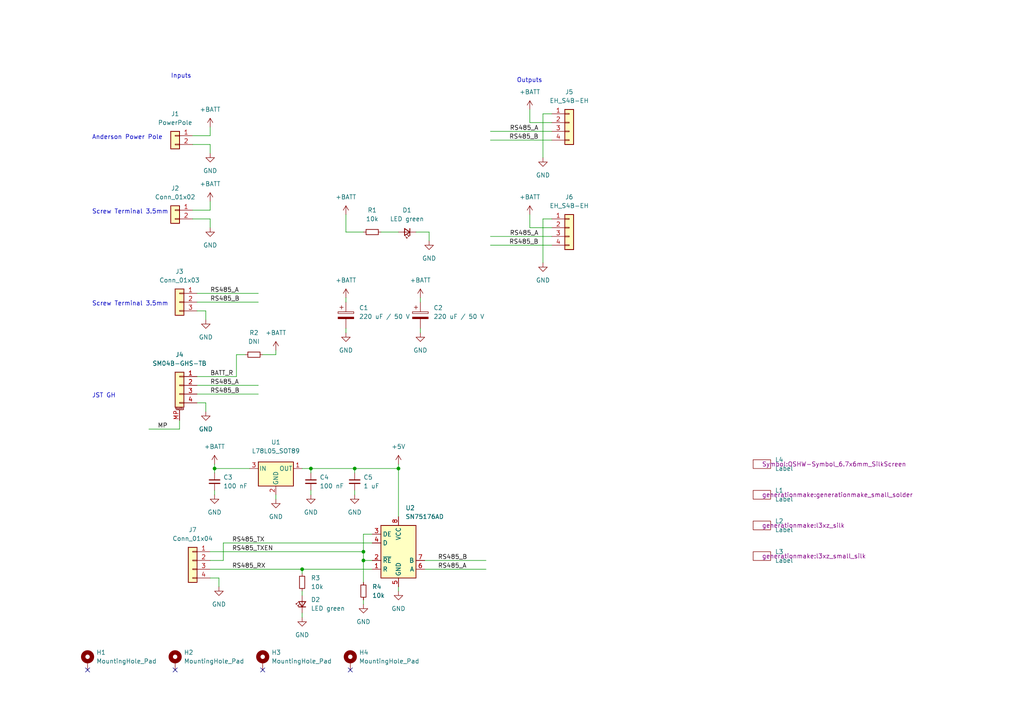
<source format=kicad_sch>
(kicad_sch (version 20211123) (generator eeschema)
  (paper "A4")
  (title_block (title "l3xz-hw-rs485-power-injector") (date "2023-01-23") (rev "0.1") (company "107-systems"))
  (lib_symbols
    (symbol "Connector_Generic:Conn_01x02" (pin_names (offset 1.016) hide)
      (property "Reference" "J" (at 0 2.54 0))
      (property "Value" "Conn_01x02" (at 0 -5.08 0))
      (symbol "Conn_01x02_1_1"
        (rectangle (start -1.27 -2.413) (end 0 -2.667) (stroke (width 0.1524)))
        (rectangle (start -1.27 0.127) (end 0 -0.127) (stroke (width 0.1524)))
        (rectangle (start -1.27 1.27) (end 1.27 -3.81) (stroke (width 0.254)) (fill (type background)))
        (pin passive line (at -5.08 0 0) (length 3.81) (name "Pin_1") (number "1"))
        (pin passive line (at -5.08 -2.54 0) (length 3.81) (name "Pin_2") (number "2"))
      )
    )
    (symbol "Connector_Generic:Conn_01x03" (pin_names (offset 1.016) hide)
      (property "Reference" "J" (at 0 5.08 0))
      (property "Value" "Conn_01x03" (at 0 -5.08 0))
      (symbol "Conn_01x03_1_1"
        (rectangle (start -1.27 -2.413) (end 0 -2.667) (stroke (width 0.1524)))
        (rectangle (start -1.27 0.127) (end 0 -0.127) (stroke (width 0.1524)))
        (rectangle (start -1.27 2.667) (end 0 2.413) (stroke (width 0.1524)))
        (rectangle (start -1.27 3.81) (end 1.27 -3.81) (stroke (width 0.254)) (fill (type background)))
        (pin passive line (at -5.08 2.54 0) (length 3.81) (name "Pin_1") (number "1"))
        (pin passive line (at -5.08 0 0) (length 3.81) (name "Pin_2") (number "2"))
        (pin passive line (at -5.08 -2.54 0) (length 3.81) (name "Pin_3") (number "3"))
      )
    )
    (symbol "Connector_Generic:Conn_01x04" (pin_names (offset 1.016) hide)
      (property "Reference" "J" (at 0 5.08 0))
      (property "Value" "Conn_01x04" (at 0 -7.62 0))
      (symbol "Conn_01x04_1_1"
        (rectangle (start -1.27 -4.953) (end 0 -5.207) (stroke (width 0.1524)))
        (rectangle (start -1.27 -2.413) (end 0 -2.667) (stroke (width 0.1524)))
        (rectangle (start -1.27 0.127) (end 0 -0.127) (stroke (width 0.1524)))
        (rectangle (start -1.27 2.667) (end 0 2.413) (stroke (width 0.1524)))
        (rectangle (start -1.27 3.81) (end 1.27 -6.35) (stroke (width 0.254)) (fill (type background)))
        (pin passive line (at -5.08 2.54 0) (length 3.81) (name "Pin_1") (number "1"))
        (pin passive line (at -5.08 0 0) (length 3.81) (name "Pin_2") (number "2"))
        (pin passive line (at -5.08 -2.54 0) (length 3.81) (name "Pin_3") (number "3"))
        (pin passive line (at -5.08 -5.08 0) (length 3.81) (name "Pin_4") (number "4"))
      )
    )
    (symbol "Connector_Generic_MountingPin:Conn_01x04_MountingPin" (pin_names (offset 1.016) hide)
      (property "Reference" "J" (at 0 5.08 0))
      (property "Value" "Conn_01x04_MountingPin" (at 1.27 -7.62 0))
      (symbol "Conn_01x04_MountingPin_1_1"
        (rectangle (start -1.27 -4.953) (end 0 -5.207) (stroke (width 0.1524)))
        (rectangle (start -1.27 -2.413) (end 0 -2.667) (stroke (width 0.1524)))
        (rectangle (start -1.27 0.127) (end 0 -0.127) (stroke (width 0.1524)))
        (rectangle (start -1.27 2.667) (end 0 2.413) (stroke (width 0.1524)))
        (rectangle (start -1.27 3.81) (end 1.27 -6.35) (stroke (width 0.254)) (fill (type background)))
        (polyline (pts (xy -1.016 -7.112) (xy 1.016 -7.112)) (stroke (width 0.1524)))
        (text "Mounting" (at 0 -6.731 0) (effects (font (size 0.381 0.381))))
        (pin passive line (at -5.08 2.54 0) (length 3.81) (name "Pin_1") (number "1"))
        (pin passive line (at -5.08 0 0) (length 3.81) (name "Pin_2") (number "2"))
        (pin passive line (at -5.08 -2.54 0) (length 3.81) (name "Pin_3") (number "3"))
        (pin passive line (at -5.08 -5.08 0) (length 3.81) (name "Pin_4") (number "4"))
        (pin passive line (at 0 -10.16 90) (length 3.048) (name "MountPin") (number "MP"))
      )
    )
    (symbol "Device:C_Polarized" (pin_numbers hide) (pin_names (offset 0.254))
      (property "Reference" "C" (at 0.635 2.54 0))
      (property "Value" "C_Polarized" (at 0.635 -2.54 0))
      (symbol "C_Polarized_0_1"
        (rectangle (start -2.286 0.508) (end 2.286 1.016))
        (polyline (pts (xy -1.778 2.286) (xy -0.762 2.286)))
        (polyline (pts (xy -1.27 2.794) (xy -1.27 1.778)))
        (rectangle (start 2.286 -0.508) (end -2.286 -1.016) (fill (type outline)))
      )
      (symbol "C_Polarized_1_1"
        (pin passive line (at 0 3.81 270) (length 2.794) (name "~") (number "1"))
        (pin passive line (at 0 -3.81 90) (length 2.794) (name "~") (number "2"))
      )
    )
    (symbol "Device:C_Small" (pin_numbers hide) (pin_names (offset 0.254) hide)
      (property "Reference" "C" (at 0.254 1.778 0))
      (property "Value" "C_Small" (at 0.254 -2.032 0))
      (symbol "C_Small_0_1"
        (polyline (pts (xy -1.524 -0.508) (xy 1.524 -0.508)) (stroke (width 0.3302)))
        (polyline (pts (xy -1.524 0.508) (xy 1.524 0.508)) (stroke (width 0.3048)))
      )
      (symbol "C_Small_1_1"
        (pin passive line (at 0 2.54 270) (length 2.032) (name "~") (number "1"))
        (pin passive line (at 0 -2.54 90) (length 2.032) (name "~") (number "2"))
      )
    )
    (symbol "Device:LED_Small" (pin_numbers hide) (pin_names (offset 0.254) hide)
      (property "Reference" "D" (at -1.27 3.175 0))
      (property "Value" "LED_Small" (at -4.445 -2.54 0))
      (symbol "LED_Small_0_1"
        (polyline (pts (xy -0.762 -1.016) (xy -0.762 1.016)) (stroke (width 0.254)))
        (polyline (pts (xy 1.016 0) (xy -0.762 0)))
        (polyline (pts (xy 0.762 -1.016) (xy -0.762 0) (xy 0.762 1.016) (xy 0.762 -1.016)) (stroke (width 0.254)))
        (polyline (pts (xy 0 0.762) (xy -0.508 1.27) (xy -0.254 1.27) (xy -0.508 1.27) (xy -0.508 1.016)))
        (polyline (pts (xy 0.508 1.27) (xy 0 1.778) (xy 0.254 1.778) (xy 0 1.778) (xy 0 1.524)))
      )
      (symbol "LED_Small_1_1"
        (pin passive line (at -2.54 0 0) (length 1.778) (name "K") (number "1"))
        (pin passive line (at 2.54 0 180) (length 1.778) (name "A") (number "2"))
      )
    )
    (symbol "Device:R_Small" (pin_numbers hide) (pin_names (offset 0.254) hide)
      (property "Reference" "R" (at 0.762 0.508 0))
      (property "Value" "R_Small" (at 0.762 -1.016 0))
      (symbol "R_Small_0_1"
        (rectangle (start -0.762 1.778) (end 0.762 -1.778) (stroke (width 0.2032)))
      )
      (symbol "R_Small_1_1"
        (pin passive line (at 0 2.54 270) (length 0.762) (name "~") (number "1"))
        (pin passive line (at 0 -2.54 90) (length 0.762) (name "~") (number "2"))
      )
    )
    (symbol "Interface_UART:SN75176AD"
      (property "Reference" "U" (at -4.318 8.89 0))
      (property "Value" "SN75176AD" (at 1.016 8.89 0))
      (symbol "SN75176AD_0_1"
        (rectangle (start -5.08 7.62) (end 5.08 -7.62) (stroke (width 0.254)) (fill (type background)))
      )
      (symbol "SN75176AD_1_1"
        (pin output line (at -7.62 -5.08 0) (length 2.54) (name "R") (number "1"))
        (pin input line (at -7.62 -2.54 0) (length 2.54) (name "~{RE}") (number "2"))
        (pin input line (at -7.62 5.08 0) (length 2.54) (name "DE") (number "3"))
        (pin input line (at -7.62 2.54 0) (length 2.54) (name "D") (number "4"))
        (pin power_in line (at 0 -10.16 90) (length 2.54) (name "GND") (number "5"))
        (pin bidirectional line (at 7.62 -5.08 180) (length 2.54) (name "A") (number "6"))
        (pin bidirectional line (at 7.62 -2.54 180) (length 2.54) (name "B") (number "7"))
        (pin power_in line (at 0 10.16 270) (length 2.54) (name "VCC") (number "8"))
      )
    )
    (symbol "Mechanical:MountingHole_Pad" (pin_numbers hide) (pin_names (offset 1.016) hide)
      (property "Reference" "H" (at 0 6.35 0))
      (property "Value" "MountingHole_Pad" (at 0 4.445 0))
      (symbol "MountingHole_Pad_0_1"
        (circle (center 0 1.27) (radius 1.27) (stroke (width 1.27)))
      )
      (symbol "MountingHole_Pad_1_1"
        (pin input line (at 0 -2.54 90) (length 2.54) (name "1") (number "1"))
      )
    )
    (symbol "Regulator_Linear:L78L05_SOT89" (pin_names (offset 0.254))
      (property "Reference" "U" (at -3.81 3.175 0))
      (property "Value" "L78L05_SOT89" (at -0.635 3.175 0))
      (symbol "L78L05_SOT89_0_1"
        (rectangle (start -5.08 1.905) (end 5.08 -5.08) (stroke (width 0.254)) (fill (type background)))
      )
      (symbol "L78L05_SOT89_1_1"
        (pin power_out line (at 7.62 0 180) (length 2.54) (name "OUT") (number "1"))
        (pin power_in line (at 0 -7.62 90) (length 2.54) (name "GND") (number "2"))
        (pin power_in line (at -7.62 0 0) (length 2.54) (name "IN") (number "3"))
      )
    )
    (symbol "generationmake:Label"
      (property "Reference" "L" (at 0 0 0))
      (property "Value" "Label" (at 0 0 0))
      (symbol "Label_0_1"
        (rectangle (start -2.54 1.27) (end 2.54 -1.27))
      )
    )
    (symbol "power:+5V" (power) (pin_names (offset 0))
      (property "Value" "+5V" (at 0 3.556 0))
      (symbol "+5V_0_1"
        (polyline (pts (xy -0.762 1.27) (xy 0 2.54)))
        (polyline (pts (xy 0 0) (xy 0 2.54)))
        (polyline (pts (xy 0 2.54) (xy 0.762 1.27)))
      )
      (symbol "+5V_1_1"
        (pin power_in line (at 0 0 90) (length 0) hide (name "+5V") (number "1"))
      )
    )
    (symbol "power:+BATT" (power) (pin_names (offset 0))
      (property "Value" "+BATT" (at 0 3.556 0))
      (symbol "+BATT_0_1"
        (polyline (pts (xy -0.762 1.27) (xy 0 2.54)))
        (polyline (pts (xy 0 0) (xy 0 2.54)))
        (polyline (pts (xy 0 2.54) (xy 0.762 1.27)))
      )
      (symbol "+BATT_1_1"
        (pin power_in line (at 0 0 90) (length 0) hide (name "+BATT") (number "1"))
      )
    )
    (symbol "power:GND" (power) (pin_names (offset 0))
      (property "Value" "GND" (at 0 -3.81 0))
      (symbol "GND_0_1"
        (polyline (pts (xy 0 0) (xy 0 -1.27) (xy 1.27 -1.27) (xy 0 -2.54) (xy -1.27 -1.27) (xy 0 -1.27)))
      )
      (symbol "GND_1_1"
        (pin power_in line (at 0 0 270) (length 0) hide (name "GND") (number "1"))
      )
    )
  )
  (junction (at 62.23 135.89))
  (junction (at 102.87 135.89))
  (junction (at 105.41 160.02))
  (junction (at 105.41 162.56))
  (junction (at 90.17 135.89))
  (junction (at 87.63 165.1))
  (junction (at 115.57 135.89))
  (no_connect (at 76.2 194.31))
  (no_connect (at 50.8 194.31))
  (no_connect (at 25.4 194.31))
  (no_connect (at 101.6 194.31))
  (wire (pts (xy 57.15 111.76) (xy 74.93 111.76)))
  (wire (pts (xy 64.77 162.56) (xy 64.77 157.48)))
  (wire (pts (xy 90.17 142.24) (xy 90.17 143.51)))
  (wire (pts (xy 90.17 135.89) (xy 90.17 137.16)))
  (wire (pts (xy 60.96 60.96) (xy 60.96 58.42)))
  (wire (pts (xy 121.92 95.25) (xy 121.92 96.52)))
  (wire (pts (xy 115.57 134.62) (xy 115.57 135.89)))
  (wire (pts (xy 105.41 160.02) (xy 105.41 162.56)))
  (wire (pts (xy 107.95 154.94) (xy 105.41 154.94)))
  (wire (pts (xy 68.58 102.87) (xy 68.58 109.22)))
  (wire (pts (xy 62.23 135.89) (xy 72.39 135.89)))
  (wire (pts (xy 57.15 114.3) (xy 74.93 114.3)))
  (wire (pts (xy 102.87 142.24) (xy 102.87 143.51)))
  (wire (pts (xy 71.12 102.87) (xy 68.58 102.87)))
  (wire (pts (xy 60.96 63.5) (xy 60.96 66.04)))
  (wire (pts (xy 57.15 85.09) (xy 74.93 85.09)))
  (wire (pts (xy 60.96 160.02) (xy 105.41 160.02)))
  (wire (pts (xy 90.17 135.89) (xy 102.87 135.89)))
  (wire (pts (xy 52.07 124.46) (xy 52.07 121.92)))
  (wire (pts (xy 123.19 165.1) (xy 140.97 165.1)))
  (wire (pts (xy 153.67 35.56) (xy 160.02 35.56)))
  (wire (pts (xy 76.2 102.87) (xy 80.01 102.87)))
  (wire (pts (xy 60.96 165.1) (xy 87.63 165.1)))
  (wire (pts (xy 57.15 87.63) (xy 74.93 87.63)))
  (wire (pts (xy 115.57 135.89) (xy 115.57 149.86)))
  (wire (pts (xy 59.69 116.84) (xy 59.69 119.38)))
  (wire (pts (xy 62.23 135.89) (xy 62.23 137.16)))
  (wire (pts (xy 87.63 165.1) (xy 107.95 165.1)))
  (wire (pts (xy 55.88 63.5) (xy 60.96 63.5)))
  (wire (pts (xy 80.01 102.87) (xy 80.01 101.6)))
  (wire (pts (xy 121.92 86.36) (xy 121.92 87.63)))
  (wire (pts (xy 80.01 143.51) (xy 80.01 144.78)))
  (wire (pts (xy 153.67 66.04) (xy 160.02 66.04)))
  (wire (pts (xy 55.88 41.91) (xy 60.96 41.91)))
  (wire (pts (xy 62.23 134.62) (xy 62.23 135.89)))
  (wire (pts (xy 102.87 135.89) (xy 102.87 137.16)))
  (wire (pts (xy 123.19 162.56) (xy 140.97 162.56)))
  (wire (pts (xy 153.67 31.75) (xy 153.67 35.56)))
  (wire (pts (xy 60.96 41.91) (xy 60.96 44.45)))
  (wire (pts (xy 157.48 33.02) (xy 157.48 45.72)))
  (wire (pts (xy 100.33 86.36) (xy 100.33 87.63)))
  (wire (pts (xy 43.18 124.46) (xy 52.07 124.46)))
  (wire (pts (xy 60.96 39.37) (xy 60.96 36.83)))
  (wire (pts (xy 124.46 67.31) (xy 124.46 69.85)))
  (wire (pts (xy 87.63 171.45) (xy 87.63 172.72)))
  (wire (pts (xy 59.69 90.17) (xy 59.69 92.71)))
  (wire (pts (xy 160.02 38.1) (xy 142.24 38.1)))
  (wire (pts (xy 57.15 116.84) (xy 59.69 116.84)))
  (wire (pts (xy 55.88 39.37) (xy 60.96 39.37)))
  (wire (pts (xy 115.57 170.18) (xy 115.57 171.45)))
  (wire (pts (xy 64.77 157.48) (xy 107.95 157.48)))
  (wire (pts (xy 105.41 162.56) (xy 107.95 162.56)))
  (wire (pts (xy 120.65 67.31) (xy 124.46 67.31)))
  (wire (pts (xy 160.02 63.5) (xy 157.48 63.5)))
  (wire (pts (xy 60.96 162.56) (xy 64.77 162.56)))
  (wire (pts (xy 105.41 67.31) (xy 100.33 67.31)))
  (wire (pts (xy 160.02 33.02) (xy 157.48 33.02)))
  (wire (pts (xy 110.49 67.31) (xy 115.57 67.31)))
  (wire (pts (xy 57.15 90.17) (xy 59.69 90.17)))
  (wire (pts (xy 105.41 154.94) (xy 105.41 160.02)))
  (wire (pts (xy 100.33 95.25) (xy 100.33 96.52)))
  (wire (pts (xy 87.63 135.89) (xy 90.17 135.89)))
  (wire (pts (xy 87.63 165.1) (xy 87.63 166.37)))
  (wire (pts (xy 157.48 63.5) (xy 157.48 76.2)))
  (wire (pts (xy 68.58 109.22) (xy 57.15 109.22)))
  (wire (pts (xy 63.5 167.64) (xy 63.5 170.18)))
  (wire (pts (xy 60.96 167.64) (xy 63.5 167.64)))
  (wire (pts (xy 55.88 60.96) (xy 60.96 60.96)))
  (wire (pts (xy 102.87 135.89) (xy 115.57 135.89)))
  (wire (pts (xy 87.63 177.8) (xy 87.63 179.07)))
  (wire (pts (xy 160.02 68.58) (xy 142.24 68.58)))
  (wire (pts (xy 160.02 40.64) (xy 142.24 40.64)))
  (wire (pts (xy 105.41 173.99) (xy 105.41 175.26)))
  (wire (pts (xy 100.33 67.31) (xy 100.33 62.23)))
  (wire (pts (xy 62.23 142.24) (xy 62.23 143.51)))
  (wire (pts (xy 153.67 62.23) (xy 153.67 66.04)))
  (wire (pts (xy 160.02 71.12) (xy 142.24 71.12)))
  (wire (pts (xy 105.41 162.56) (xy 105.41 168.91)))
  (text "JST GH" (at 26.67 115.57 0) (effects (font (size 1.27 1.27)) (justify left bottom)))
  (text "Outputs" (at 149.86 24.13 0) (effects (font (size 1.27 1.27)) (justify left bottom)))
  (text "Anderson Power Pole" (at 26.67 40.64 0) (effects (font (size 1.27 1.27)) (justify left bottom)))
  (text "Screw Terminal 3.5mm" (at 26.67 88.9 0) (effects (font (size 1.27 1.27)) (justify left bottom)))
  (text "Inputs" (at 49.53 22.86 0) (effects (font (size 1.27 1.27)) (justify left bottom)))
  (text "Screw Terminal 3.5mm" (at 26.67 62.23 0) (effects (font (size 1.27 1.27)) (justify left bottom)))
  (label "RS485_RX" (at 67.31 165.1 0))
  (label "RS485_A" (at 60.96 111.76 0))
  (label "RS485_B" (at 156.21 71.12 180))
  (label "RS485_B" (at 127 162.56 0))
  (label "RS485_TXEN" (at 67.31 160.02 0))
  (label "RS485_A" (at 156.21 38.1 180))
  (label "RS485_A" (at 156.21 68.58 180))
  (label "BATT_R" (at 60.96 109.22 0))
  (label "RS485_A" (at 60.96 85.09 0))
  (label "RS485_B" (at 60.96 114.3 0))
  (label "MP" (at 45.72 124.46 0))
  (label "RS485_A" (at 127 165.1 0))
  (label "RS485_B" (at 156.21 40.64 180))
  (label "RS485_B" (at 60.96 87.63 0))
  (label "RS485_TX" (at 67.31 157.48 0))
  (symbol (lib_id "power:+BATT") (at 100.33 62.23 0) (unit 1)
    (property "Reference" "#PWR07" (effects hide))
    (property "Value" "+BATT" (at 100.33 57.15 0))
  )
  (symbol (lib_id "Connector_Generic:Conn_01x04") (at 55.88 162.56 0) (mirror y) (unit 1)
    (property "Reference" "J7" (at 55.88 153.67 0))
    (property "Value" "Conn_01x04" (at 55.88 156.21 0))
    (property "Footprint" "Connector_PinHeader_2.54mm:PinHeader_1x04_P2.54mm_Vertical" (effects hide))
  )
  (symbol (lib_id "power:GND") (at 90.17 143.51 0) (unit 1)
    (property "Reference" "#PWR023" (effects hide))
    (property "Value" "GND" (at 90.17 148.59 0))
  )
  (symbol (lib_id "Mechanical:MountingHole_Pad") (at 25.4 191.77 0) (unit 1) (in_bom no)
    (property "Reference" "H1" (at 27.94 189.2299 0) (effects (justify left)))
    (property "Value" "MountingHole_Pad" (at 27.94 191.7699 0) (effects (justify left)))
    (property "Footprint" "MountingHole:MountingHole_3.2mm_M3_DIN965_Pad" (effects hide))
  )
  (symbol (lib_id "power:+BATT") (at 80.01 101.6 0) (unit 1)
    (property "Reference" "#PWR017" (effects hide))
    (property "Value" "+BATT" (at 80.01 96.52 0))
  )
  (symbol (lib_id "Mechanical:MountingHole_Pad") (at 76.2 191.77 0) (unit 1) (in_bom no)
    (property "Reference" "H3" (at 78.74 189.2299 0) (effects (justify left)))
    (property "Value" "MountingHole_Pad" (at 78.74 191.7699 0) (effects (justify left)))
    (property "Footprint" "MountingHole:MountingHole_3.2mm_M3_DIN965_Pad" (effects hide))
  )
  (symbol (lib_id "power:GND") (at 87.63 179.07 0) (unit 1)
    (property "Reference" "#PWR022" (effects hide))
    (property "Value" "GND" (at 87.63 184.15 0))
  )
  (symbol (lib_id "power:+BATT") (at 60.96 36.83 0) (unit 1)
    (property "Reference" "#PWR03" (effects hide))
    (property "Value" "+BATT" (at 60.96 31.75 0))
  )
  (symbol (lib_id "power:GND") (at 59.69 119.38 0) (unit 1)
    (property "Reference" "#PWR02" (effects hide))
    (property "Value" "GND" (at 59.69 124.46 0))
  )
  (symbol (lib_id "power:GND") (at 102.87 143.51 0) (unit 1)
    (property "Reference" "#PWR024" (effects hide))
    (property "Value" "GND" (at 102.87 148.59 0))
  )
  (symbol (lib_id "power:GND") (at 63.5 170.18 0) (unit 1)
    (property "Reference" "#PWR020" (effects hide))
    (property "Value" "GND" (at 63.5 175.26 0))
  )
  (symbol (lib_id "power:+BATT") (at 153.67 62.23 0) (unit 1)
    (property "Reference" "#PWR014" (effects hide))
    (property "Value" "+BATT" (at 153.67 57.15 0))
  )
  (symbol (lib_id "Device:C_Polarized") (at 121.92 91.44 0) (unit 1)
    (property "Reference" "C2" (at 125.73 89.2809 0) (effects (justify left)))
    (property "Value" "220 uF / 50 V" (at 125.73 91.8209 0) (effects (justify left)))
    (property "Footprint" "Capacitor_SMD:CP_Elec_10x14.3" (effects hide))
  )
  (symbol (lib_id "power:GND") (at 60.96 66.04 0) (unit 1)
    (property "Reference" "#PWR06" (effects hide))
    (property "Value" "GND" (at 60.96 71.12 0))
  )
  (symbol (lib_id "power:GND") (at 100.33 96.52 0) (unit 1)
    (property "Reference" "#PWR09" (effects hide))
    (property "Value" "GND" (at 100.33 101.6 0))
  )
  (symbol (lib_id "Connector_Generic:Conn_01x04") (at 165.1 35.56 0) (unit 1)
    (property "Reference" "J5" (at 165.1 26.67 0))
    (property "Value" "EH_S4B-EH" (at 165.1 29.21 0))
    (property "Footprint" "Connector_JST:JST_EH_S4B-EH_1x04_P2.50mm_Horizontal" (effects hide))
  )
  (symbol (lib_id "generationmake:Label") (at 220.98 161.29 0) (unit 1)
    (property "Reference" "L3" (at 224.79 160.0199 0) (effects (justify left)))
    (property "Value" "Label" (at 224.79 162.5599 0) (effects (justify left)))
    (property "Footprint" "generationmake:l3xz_small_silk" (at 220.98 161.29 0) (effects (justify left)))
  )
  (symbol (lib_id "Interface_UART:SN75176AD") (at 115.57 160.02 0) (unit 1)
    (property "Reference" "U2" (at 117.5894 147.32 0) (effects (justify left)))
    (property "Value" "SN75176AD" (at 117.5894 149.86 0) (effects (justify left)))
    (property "Footprint" "Package_SO:SOIC-8_3.9x4.9mm_P1.27mm" (effects hide))
    (property "Datasheet" "http://www.ti.com/lit/ds/symlink/sn75176a.pdf" (effects hide))
  )
  (symbol (lib_id "Connector_Generic:Conn_01x02") (at 50.8 60.96 0) (mirror y) (unit 1)
    (property "Reference" "J2" (at 50.8 54.61 0))
    (property "Value" "Conn_01x02" (at 50.8 57.15 0))
    (property "Footprint" "Connector_Phoenix_MC:PhoenixContact_MC_1,5_2-G-3.5_1x02_P3.50mm_Horizontal" (effects hide))
  )
  (symbol (lib_id "Mechanical:MountingHole_Pad") (at 101.6 191.77 0) (unit 1) (in_bom no)
    (property "Reference" "H4" (at 104.14 189.2299 0) (effects (justify left)))
    (property "Value" "MountingHole_Pad" (at 104.14 191.7699 0) (effects (justify left)))
    (property "Footprint" "MountingHole:MountingHole_3.2mm_M3_DIN965_Pad" (effects hide))
  )
  (symbol (lib_id "power:GND") (at 124.46 69.85 0) (unit 1)
    (property "Reference" "#PWR012" (effects hide))
    (property "Value" "GND" (at 124.46 74.93 0))
  )
  (symbol (lib_id "generationmake:Label") (at 220.98 134.62 0) (unit 1)
    (property "Reference" "L4" (at 224.79 133.3499 0) (effects (justify left)))
    (property "Value" "Label" (at 224.79 135.8899 0) (effects (justify left)))
    (property "Footprint" "Symbol:OSHW-Symbol_6.7x6mm_SilkScreen" (at 220.98 134.62 0) (effects (justify left)))
  )
  (symbol (lib_id "power:GND") (at 157.48 76.2 0) (mirror y) (unit 1)
    (property "Reference" "#PWR016" (effects hide))
    (property "Value" "GND" (at 157.48 81.28 0))
  )
  (symbol (lib_id "Connector_Generic_MountingPin:Conn_01x04_MountingPin") (at 52.07 111.76 0) (mirror y) (unit 1)
    (property "Reference" "J4" (at 52.07 102.87 0))
    (property "Value" "SM04B-GHS-TB" (at 52.07 105.41 0))
    (property "Footprint" "Connector_JST:JST_GH_SM04B-GHS-TB_1x04-1MP_P1.25mm_Horizontal" (effects hide))
  )
  (symbol (lib_id "Connector_Generic:Conn_01x04") (at 165.1 66.04 0) (unit 1)
    (property "Reference" "J6" (at 165.1 57.15 0))
    (property "Value" "EH_S4B-EH" (at 165.1 59.69 0))
    (property "Footprint" "Connector_JST:JST_EH_S4B-EH_1x04_P2.50mm_Horizontal" (effects hide))
  )
  (symbol (lib_id "power:+BATT") (at 100.33 86.36 0) (unit 1)
    (property "Reference" "#PWR08" (effects hide))
    (property "Value" "+BATT" (at 100.33 81.28 0))
  )
  (symbol (lib_id "generationmake:Label") (at 220.98 152.4 0) (unit 1)
    (property "Reference" "L2" (at 224.79 151.1299 0) (effects (justify left)))
    (property "Value" "Label" (at 224.79 153.6699 0) (effects (justify left)))
    (property "Footprint" "generationmake:l3xz_silk" (at 220.98 152.4 0) (effects (justify left)))
  )
  (symbol (lib_id "Device:C_Polarized") (at 100.33 91.44 0) (unit 1)
    (property "Reference" "C1" (at 104.14 89.2809 0) (effects (justify left)))
    (property "Value" "220 uF / 50 V" (at 104.14 91.8209 0) (effects (justify left)))
    (property "Footprint" "Capacitor_SMD:CP_Elec_10x14.3" (effects hide))
  )
  (symbol (lib_id "power:GND") (at 59.69 92.71 0) (unit 1)
    (property "Reference" "#PWR01" (effects hide))
    (property "Value" "GND" (at 59.69 97.79 0))
  )
  (symbol (lib_id "generationmake:Label") (at 220.98 143.51 0) (unit 1)
    (property "Reference" "L1" (at 224.79 142.2399 0) (effects (justify left)))
    (property "Value" "Label" (at 224.79 144.7799 0) (effects (justify left)))
    (property "Footprint" "generationmake:generationmake_small_solder" (at 220.98 143.51 0) (effects (justify left)))
  )
  (symbol (lib_id "power:+BATT") (at 62.23 134.62 0) (unit 1)
    (property "Reference" "#PWR018" (effects hide))
    (property "Value" "+BATT" (at 62.23 129.54 0))
  )
  (symbol (lib_id "power:GND") (at 62.23 143.51 0) (unit 1)
    (property "Reference" "#PWR019" (effects hide))
    (property "Value" "GND" (at 62.23 148.59 0))
  )
  (symbol (lib_id "power:+BATT") (at 60.96 58.42 0) (unit 1)
    (property "Reference" "#PWR05" (effects hide))
    (property "Value" "+BATT" (at 60.96 53.34 0))
  )
  (symbol (lib_id "power:GND") (at 105.41 175.26 0) (unit 1)
    (property "Reference" "#PWR025" (effects hide))
    (property "Value" "GND" (at 105.41 180.34 0))
  )
  (symbol (lib_id "Device:C_Small") (at 102.87 139.7 0) (unit 1)
    (property "Reference" "C5" (at 105.41 138.4362 0) (effects (justify left)))
    (property "Value" "1 uF" (at 105.41 140.9762 0) (effects (justify left)))
    (property "Footprint" "Capacitor_SMD:C_0603_1608Metric" (effects hide))
  )
  (symbol (lib_id "Connector_Generic:Conn_01x02") (at 50.8 39.37 0) (mirror y) (unit 1)
    (property "Reference" "J1" (at 50.8 33.02 0))
    (property "Value" "PowerPole" (at 50.8 35.56 0))
    (property "Footprint" "generationmake:POWERPOLE_hor_2" (effects hide))
  )
  (symbol (lib_id "Device:LED_Small") (at 118.11 67.31 180) (unit 1)
    (property "Reference" "D1" (at 118.0465 60.96 0))
    (property "Value" "LED green" (at 118.0465 63.5 0))
    (property "Footprint" "LED_SMD:LED_0603_1608Metric" (effects hide))
  )
  (symbol (lib_id "Mechanical:MountingHole_Pad") (at 50.8 191.77 0) (unit 1) (in_bom no)
    (property "Reference" "H2" (at 53.34 189.2299 0) (effects (justify left)))
    (property "Value" "MountingHole_Pad" (at 53.34 191.7699 0) (effects (justify left)))
    (property "Footprint" "MountingHole:MountingHole_3.2mm_M3_DIN965_Pad" (effects hide))
  )
  (symbol (lib_id "power:GND") (at 60.96 44.45 0) (unit 1)
    (property "Reference" "#PWR04" (effects hide))
    (property "Value" "GND" (at 60.96 49.53 0))
  )
  (symbol (lib_id "Regulator_Linear:L78L05_SOT89") (at 80.01 135.89 0) (unit 1)
    (property "Reference" "U1" (at 80.01 128.27 0))
    (property "Value" "L78L05_SOT89" (at 80.01 130.81 0))
    (property "Footprint" "Package_TO_SOT_SMD:SOT-89-3" (effects hide))
    (property "Datasheet" "http://www.st.com/content/ccc/resource/technical/document/datasheet/15/55/e5/aa/23/5b/43/fd/CD00000446.pdf/files/CD00000446.pdf/jcr:content/translations/en.CD00000446.pdf" (effects hide))
  )
  (symbol (lib_id "power:+BATT") (at 153.67 31.75 0) (unit 1)
    (property "Reference" "#PWR013" (effects hide))
    (property "Value" "+BATT" (at 153.67 26.67 0))
  )
  (symbol (lib_id "power:GND") (at 121.92 96.52 0) (unit 1)
    (property "Reference" "#PWR011" (effects hide))
    (property "Value" "GND" (at 121.92 101.6 0))
  )
  (symbol (lib_id "Connector_Generic:Conn_01x03") (at 52.07 87.63 0) (mirror y) (unit 1)
    (property "Reference" "J3" (at 52.07 78.74 0))
    (property "Value" "Conn_01x03" (at 52.07 81.28 0))
    (property "Footprint" "Connector_Phoenix_MC:PhoenixContact_MC_1,5_3-G-3.5_1x03_P3.50mm_Horizontal" (effects hide))
  )
  (symbol (lib_id "power:+BATT") (at 121.92 86.36 0) (unit 1)
    (property "Reference" "#PWR010" (effects hide))
    (property "Value" "+BATT" (at 121.92 81.28 0))
  )
  (symbol (lib_id "Device:R_Small") (at 105.41 171.45 180) (unit 1)
    (property "Reference" "R4" (at 107.95 170.1799 0) (effects (justify right)))
    (property "Value" "10k" (at 107.95 172.7199 0) (effects (justify right)))
    (property "Footprint" "Resistor_SMD:R_0603_1608Metric" (effects hide))
  )
  (symbol (lib_id "Device:R_Small") (at 107.95 67.31 90) (unit 1)
    (property "Reference" "R1" (at 107.95 60.96 90))
    (property "Value" "10k" (at 107.95 63.5 90))
    (property "Footprint" "Resistor_SMD:R_0603_1608Metric" (effects hide))
  )
  (symbol (lib_id "power:GND") (at 157.48 45.72 0) (mirror y) (unit 1)
    (property "Reference" "#PWR015" (effects hide))
    (property "Value" "GND" (at 157.48 50.8 0))
  )
  (symbol (lib_id "power:+5V") (at 115.57 134.62 0) (unit 1)
    (property "Reference" "#PWR026" (effects hide))
    (property "Value" "+5V" (at 115.57 129.54 0))
  )
  (symbol (lib_id "Device:C_Small") (at 90.17 139.7 0) (unit 1)
    (property "Reference" "C4" (at 92.71 138.4362 0) (effects (justify left)))
    (property "Value" "100 nF" (at 92.71 140.9762 0) (effects (justify left)))
    (property "Footprint" "Capacitor_SMD:C_0603_1608Metric" (effects hide))
  )
  (symbol (lib_id "Device:R_Small") (at 87.63 168.91 180) (unit 1)
    (property "Reference" "R3" (at 90.17 167.6399 0) (effects (justify right)))
    (property "Value" "10k" (at 90.17 170.1799 0) (effects (justify right)))
    (property "Footprint" "Resistor_SMD:R_0603_1608Metric" (effects hide))
  )
  (symbol (lib_id "power:GND") (at 115.57 171.45 0) (unit 1)
    (property "Reference" "#PWR027" (effects hide))
    (property "Value" "GND" (at 115.57 176.53 0))
  )
  (symbol (lib_id "Device:LED_Small") (at 87.63 175.26 90) (unit 1)
    (property "Reference" "D2" (at 90.17 173.9264 90) (effects (justify right)))
    (property "Value" "LED green" (at 90.17 176.4664 90) (effects (justify right)))
    (property "Footprint" "LED_SMD:LED_0603_1608Metric" (effects hide))
  )
  (symbol (lib_id "power:GND") (at 80.01 144.78 0) (unit 1)
    (property "Reference" "#PWR021" (effects hide))
    (property "Value" "GND" (at 80.01 149.86 0))
  )
  (symbol (lib_id "Device:C_Small") (at 62.23 139.7 0) (unit 1)
    (property "Reference" "C3" (at 64.77 138.4362 0) (effects (justify left)))
    (property "Value" "100 nF" (at 64.77 140.9762 0) (effects (justify left)))
    (property "Footprint" "Capacitor_SMD:C_0603_1608Metric" (effects hide))
  )
  (symbol (lib_id "Device:R_Small") (at 73.66 102.87 90) (unit 1)
    (property "Reference" "R2" (at 73.66 96.52 90))
    (property "Value" "DNI" (at 73.66 99.06 90))
    (property "Footprint" "Resistor_SMD:R_0603_1608Metric" (effects hide))
  )
)
</source>
